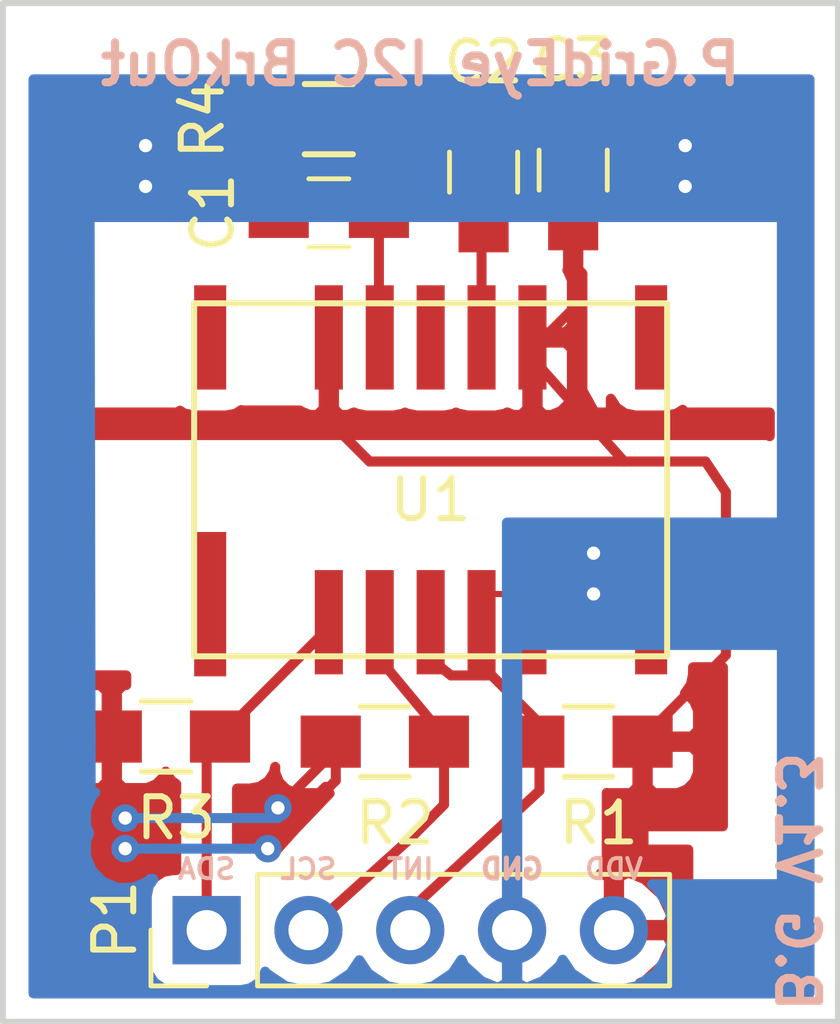
<source format=kicad_pcb>
(kicad_pcb (version 4) (host pcbnew 4.0.5)

  (general
    (links 20)
    (no_connects 0)
    (area 142.164999 98.984999 163.143001 124.535001)
    (thickness 1.6)
    (drawings 12)
    (tracks 67)
    (zones 0)
    (modules 9)
    (nets 9)
  )

  (page A4)
  (layers
    (0 F.Cu signal)
    (31 B.Cu signal)
    (34 B.Paste user)
    (35 F.Paste user hide)
    (36 B.SilkS user)
    (37 F.SilkS user)
    (38 B.Mask user)
    (39 F.Mask user)
    (44 Edge.Cuts user)
  )

  (setup
    (last_trace_width 0.1524)
    (trace_clearance 0.1524)
    (zone_clearance 0.508)
    (zone_45_only yes)
    (trace_min 0.1524)
    (segment_width 0.2)
    (edge_width 0.15)
    (via_size 0.6858)
    (via_drill 0.3302)
    (via_min_size 0.6858)
    (via_min_drill 0.3302)
    (uvia_size 0.762)
    (uvia_drill 0.508)
    (uvias_allowed no)
    (uvia_min_size 0)
    (uvia_min_drill 0)
    (pcb_text_width 0.3)
    (pcb_text_size 1.5 1.5)
    (mod_edge_width 0.15)
    (mod_text_size 1 1)
    (mod_text_width 0.15)
    (pad_size 1.524 1.524)
    (pad_drill 0.762)
    (pad_to_mask_clearance 0.2)
    (aux_axis_origin 161.544 104.521)
    (visible_elements 7FFEDE7F)
    (pcbplotparams
      (layerselection 0x00030_80000001)
      (usegerberextensions false)
      (excludeedgelayer true)
      (linewidth 0.100000)
      (plotframeref false)
      (viasonmask false)
      (mode 1)
      (useauxorigin false)
      (hpglpennumber 1)
      (hpglpenspeed 20)
      (hpglpendiameter 15)
      (hpglpenoverlay 2)
      (psnegative false)
      (psa4output false)
      (plotreference true)
      (plotvalue true)
      (plotinvisibletext false)
      (padsonsilk false)
      (subtractmaskfromsilk false)
      (outputformat 1)
      (mirror false)
      (drillshape 1)
      (scaleselection 1)
      (outputdirectory ""))
  )

  (net 0 "")
  (net 1 "Net-(C1-Pad1)")
  (net 2 GND)
  (net 3 "Net-(C2-Pad1)")
  (net 4 "Net-(C2-Pad2)")
  (net 5 VDD)
  (net 6 INT)
  (net 7 SCL)
  (net 8 SDA)

  (net_class Default "This is the default net class."
    (clearance 0.1524)
    (trace_width 0.1524)
    (via_dia 0.6858)
    (via_drill 0.3302)
    (uvia_dia 0.762)
    (uvia_drill 0.508)
    (add_net GND)
    (add_net INT)
    (add_net "Net-(C1-Pad1)")
    (add_net "Net-(C2-Pad1)")
    (add_net "Net-(C2-Pad2)")
    (add_net SCL)
    (add_net SDA)
    (add_net VDD)
  )

  (net_class OSH_PARK ""
    (clearance 0.1524)
    (trace_width 0.1524)
    (via_dia 0.6858)
    (via_drill 0.3302)
    (uvia_dia 0.762)
    (uvia_drill 0.508)
  )

  (module Panasonic_GridEye:AMG8851 (layer F.Cu) (tedit 57049242) (tstamp 589174DD)
    (at 152.908 110.9472)
    (path /588EB397)
    (fp_text reference U1 (at 0 0.5) (layer F.SilkS)
      (effects (font (size 1 1) (thickness 0.15)))
    )
    (fp_text value GridEye (at 0 -0.5) (layer F.Fab)
      (effects (font (size 1 1) (thickness 0.15)))
    )
    (fp_line (start 5.9 -4.4) (end 5.9 4.4) (layer F.SilkS) (width 0.15))
    (fp_line (start 5.9 4.4) (end -5.9 4.4) (layer F.SilkS) (width 0.15))
    (fp_line (start -5.9 4.4) (end -5.9 -4.4) (layer F.SilkS) (width 0.15))
    (fp_line (start -5.9 -4.4) (end 5.9 -4.4) (layer F.SilkS) (width 0.15))
    (pad 9 smd rect (at 2.54 -3.55) (size 0.7 2.6) (layers F.Cu F.Paste F.Mask)
      (net 5 VDD))
    (pad 10 smd rect (at 1.27 -3.55) (size 0.7 2.6) (layers F.Cu F.Paste F.Mask)
      (net 3 "Net-(C2-Pad1)"))
    (pad 11 smd rect (at 0 -3.55) (size 0.7 2.6) (layers F.Cu F.Paste F.Mask))
    (pad 12 smd rect (at -1.27 -3.55) (size 0.7 2.6) (layers F.Cu F.Paste F.Mask)
      (net 1 "Net-(C1-Pad1)"))
    (pad 13 smd rect (at -2.54 -3.55) (size 0.7 2.6) (layers F.Cu F.Paste F.Mask)
      (net 5 VDD))
    (pad 1 smd rect (at -5.5 3.1) (size 0.8 3.6) (layers F.Cu F.Paste F.Mask))
    (pad 14 smd rect (at -5.5 -3.55) (size 0.8 2.6) (layers F.Cu F.Paste F.Mask))
    (pad 8 smd rect (at 5.5 -3.55) (size 0.8 2.6) (layers F.Cu F.Paste F.Mask))
    (pad 7 smd rect (at 5.5 3.55) (size 0.8 2.6) (layers F.Cu F.Paste F.Mask))
    (pad 2 smd rect (at -2.54 3.55) (size 0.7 2.6) (layers F.Cu F.Paste F.Mask)
      (net 8 SDA))
    (pad 3 smd rect (at -1.27 3.55) (size 0.7 2.6) (layers F.Cu F.Paste F.Mask)
      (net 7 SCL))
    (pad 4 smd rect (at 0 3.55) (size 0.7 2.6) (layers F.Cu F.Paste F.Mask)
      (net 6 INT))
    (pad 5 smd rect (at 1.27 3.55) (size 0.7 2.6) (layers F.Cu F.Paste F.Mask)
      (net 2 GND))
    (pad 6 smd rect (at 2.54 3.55) (size 0.7 2.6) (layers F.Cu F.Paste F.Mask)
      (net 2 GND))
  )

  (module Capacitors_SMD:C_0805_HandSoldering (layer F.Cu) (tedit 58CC3562) (tstamp 58917450)
    (at 150.368 104.2924 180)
    (descr "Capacitor SMD 0805, hand soldering")
    (tags "capacitor 0805")
    (path /588EBF47)
    (attr smd)
    (fp_text reference C1 (at 2.8956 0 270) (layer F.SilkS)
      (effects (font (size 1 1) (thickness 0.15)))
    )
    (fp_text value 1.5uF (at 0 2.1 180) (layer F.Fab)
      (effects (font (size 1 1) (thickness 0.15)))
    )
    (fp_line (start -1 0.625) (end -1 -0.625) (layer F.Fab) (width 0.1))
    (fp_line (start 1 0.625) (end -1 0.625) (layer F.Fab) (width 0.1))
    (fp_line (start 1 -0.625) (end 1 0.625) (layer F.Fab) (width 0.1))
    (fp_line (start -1 -0.625) (end 1 -0.625) (layer F.Fab) (width 0.1))
    (fp_line (start -2.3 -1) (end 2.3 -1) (layer F.CrtYd) (width 0.05))
    (fp_line (start -2.3 1) (end 2.3 1) (layer F.CrtYd) (width 0.05))
    (fp_line (start -2.3 -1) (end -2.3 1) (layer F.CrtYd) (width 0.05))
    (fp_line (start 2.3 -1) (end 2.3 1) (layer F.CrtYd) (width 0.05))
    (fp_line (start 0.5 -0.85) (end -0.5 -0.85) (layer F.SilkS) (width 0.12))
    (fp_line (start -0.5 0.85) (end 0.5 0.85) (layer F.SilkS) (width 0.12))
    (pad 1 smd rect (at -1.25 0 180) (size 1.5 1.25) (layers F.Cu F.Paste F.Mask)
      (net 1 "Net-(C1-Pad1)"))
    (pad 2 smd rect (at 1.25 0 180) (size 1.5 1.25) (layers F.Cu F.Paste F.Mask)
      (net 2 GND))
    (model Capacitors_SMD.3dshapes/C_0805_HandSoldering.wrl
      (at (xyz 0 0 0))
      (scale (xyz 1 1 1))
      (rotate (xyz 0 0 0))
    )
  )

  (module Capacitors_SMD:C_0805_HandSoldering (layer F.Cu) (tedit 58CC355A) (tstamp 58917460)
    (at 154.2288 103.2764 90)
    (descr "Capacitor SMD 0805, hand soldering")
    (tags "capacitor 0805")
    (path /588EB4F3)
    (attr smd)
    (fp_text reference C2 (at 2.7432 0 360) (layer F.SilkS)
      (effects (font (size 1 1) (thickness 0.15)))
    )
    (fp_text value 1uF (at 0 2.1 90) (layer F.Fab)
      (effects (font (size 1 1) (thickness 0.15)))
    )
    (fp_line (start -1 0.625) (end -1 -0.625) (layer F.Fab) (width 0.1))
    (fp_line (start 1 0.625) (end -1 0.625) (layer F.Fab) (width 0.1))
    (fp_line (start 1 -0.625) (end 1 0.625) (layer F.Fab) (width 0.1))
    (fp_line (start -1 -0.625) (end 1 -0.625) (layer F.Fab) (width 0.1))
    (fp_line (start -2.3 -1) (end 2.3 -1) (layer F.CrtYd) (width 0.05))
    (fp_line (start -2.3 1) (end 2.3 1) (layer F.CrtYd) (width 0.05))
    (fp_line (start -2.3 -1) (end -2.3 1) (layer F.CrtYd) (width 0.05))
    (fp_line (start 2.3 -1) (end 2.3 1) (layer F.CrtYd) (width 0.05))
    (fp_line (start 0.5 -0.85) (end -0.5 -0.85) (layer F.SilkS) (width 0.12))
    (fp_line (start -0.5 0.85) (end 0.5 0.85) (layer F.SilkS) (width 0.12))
    (pad 1 smd rect (at -1.25 0 90) (size 1.5 1.25) (layers F.Cu F.Paste F.Mask)
      (net 3 "Net-(C2-Pad1)"))
    (pad 2 smd rect (at 1.25 0 90) (size 1.5 1.25) (layers F.Cu F.Paste F.Mask)
      (net 4 "Net-(C2-Pad2)"))
    (model Capacitors_SMD.3dshapes/C_0805_HandSoldering.wrl
      (at (xyz 0 0 0))
      (scale (xyz 1 1 1))
      (rotate (xyz 0 0 0))
    )
  )

  (module Capacitors_SMD:C_0805_HandSoldering (layer F.Cu) (tedit 58CC358E) (tstamp 58917470)
    (at 156.464 103.2256 90)
    (descr "Capacitor SMD 0805, hand soldering")
    (tags "capacitor 0805")
    (path /588EC4A4)
    (attr smd)
    (fp_text reference C3 (at 2.7432 0 360) (layer F.SilkS)
      (effects (font (size 1 1) (thickness 0.15)))
    )
    (fp_text value 10uF (at 0 2.1 90) (layer F.Fab)
      (effects (font (size 1 1) (thickness 0.15)))
    )
    (fp_line (start -1 0.625) (end -1 -0.625) (layer F.Fab) (width 0.1))
    (fp_line (start 1 0.625) (end -1 0.625) (layer F.Fab) (width 0.1))
    (fp_line (start 1 -0.625) (end 1 0.625) (layer F.Fab) (width 0.1))
    (fp_line (start -1 -0.625) (end 1 -0.625) (layer F.Fab) (width 0.1))
    (fp_line (start -2.3 -1) (end 2.3 -1) (layer F.CrtYd) (width 0.05))
    (fp_line (start -2.3 1) (end 2.3 1) (layer F.CrtYd) (width 0.05))
    (fp_line (start -2.3 -1) (end -2.3 1) (layer F.CrtYd) (width 0.05))
    (fp_line (start 2.3 -1) (end 2.3 1) (layer F.CrtYd) (width 0.05))
    (fp_line (start 0.5 -0.85) (end -0.5 -0.85) (layer F.SilkS) (width 0.12))
    (fp_line (start -0.5 0.85) (end 0.5 0.85) (layer F.SilkS) (width 0.12))
    (pad 1 smd rect (at -1.25 0 90) (size 1.5 1.25) (layers F.Cu F.Paste F.Mask)
      (net 5 VDD))
    (pad 2 smd rect (at 1.25 0 90) (size 1.5 1.25) (layers F.Cu F.Paste F.Mask)
      (net 2 GND))
    (model Capacitors_SMD.3dshapes/C_0805_HandSoldering.wrl
      (at (xyz 0 0 0))
      (scale (xyz 1 1 1))
      (rotate (xyz 0 0 0))
    )
  )

  (module Pin_Headers:Pin_Header_Straight_1x05_Pitch2.54mm (layer F.Cu) (tedit 58941315) (tstamp 58917487)
    (at 147.32 122.174 90)
    (descr "Through hole straight pin header, 1x05, 2.54mm pitch, single row")
    (tags "Through hole pin header THT 1x05 2.54mm single row")
    (path /588F05A1)
    (fp_text reference P1 (at 0.254 -2.286 90) (layer F.SilkS)
      (effects (font (size 1 1) (thickness 0.15)))
    )
    (fp_text value CONN_01X05 (at 0 12.55 90) (layer F.Fab)
      (effects (font (size 1 1) (thickness 0.15)))
    )
    (fp_line (start -1.27 -1.27) (end -1.27 11.43) (layer F.Fab) (width 0.1))
    (fp_line (start -1.27 11.43) (end 1.27 11.43) (layer F.Fab) (width 0.1))
    (fp_line (start 1.27 11.43) (end 1.27 -1.27) (layer F.Fab) (width 0.1))
    (fp_line (start 1.27 -1.27) (end -1.27 -1.27) (layer F.Fab) (width 0.1))
    (fp_line (start -1.39 1.27) (end -1.39 11.55) (layer F.SilkS) (width 0.12))
    (fp_line (start -1.39 11.55) (end 1.39 11.55) (layer F.SilkS) (width 0.12))
    (fp_line (start 1.39 11.55) (end 1.39 1.27) (layer F.SilkS) (width 0.12))
    (fp_line (start 1.39 1.27) (end -1.39 1.27) (layer F.SilkS) (width 0.12))
    (fp_line (start -1.39 0) (end -1.39 -1.39) (layer F.SilkS) (width 0.12))
    (fp_line (start -1.39 -1.39) (end 0 -1.39) (layer F.SilkS) (width 0.12))
    (fp_line (start -1.6 -1.6) (end -1.6 11.7) (layer F.CrtYd) (width 0.05))
    (fp_line (start -1.6 11.7) (end 1.6 11.7) (layer F.CrtYd) (width 0.05))
    (fp_line (start 1.6 11.7) (end 1.6 -1.6) (layer F.CrtYd) (width 0.05))
    (fp_line (start 1.6 -1.6) (end -1.6 -1.6) (layer F.CrtYd) (width 0.05))
    (pad 1 thru_hole rect (at 0 0 90) (size 1.7 1.7) (drill 1) (layers *.Cu *.Mask)
      (net 8 SDA))
    (pad 2 thru_hole oval (at 0 2.54 90) (size 1.7 1.7) (drill 1) (layers *.Cu *.Mask)
      (net 7 SCL))
    (pad 3 thru_hole oval (at 0 5.08 90) (size 1.7 1.7) (drill 1) (layers *.Cu *.Mask)
      (net 6 INT))
    (pad 4 thru_hole oval (at 0 7.62 90) (size 1.7 1.7) (drill 1) (layers *.Cu *.Mask)
      (net 2 GND))
    (pad 5 thru_hole oval (at 0 10.16 90) (size 1.7 1.7) (drill 1) (layers *.Cu *.Mask)
      (net 5 VDD))
    (model Pin_Headers.3dshapes/Pin_Header_Straight_1x05_Pitch2.54mm.wrl
      (at (xyz 0 -0.2 0))
      (scale (xyz 1 1 1))
      (rotate (xyz 0 0 90))
    )
  )

  (module Resistors_SMD:R_0805_HandSoldering (layer F.Cu) (tedit 5894138F) (tstamp 58917497)
    (at 156.845 117.475 180)
    (descr "Resistor SMD 0805, hand soldering")
    (tags "resistor 0805")
    (path /588EB428)
    (attr smd)
    (fp_text reference R1 (at -0.254 -2.032 180) (layer F.SilkS)
      (effects (font (size 1 1) (thickness 0.15)))
    )
    (fp_text value 10K (at 0 2.1 180) (layer F.Fab)
      (effects (font (size 1 1) (thickness 0.15)))
    )
    (fp_line (start -1 0.625) (end -1 -0.625) (layer F.Fab) (width 0.1))
    (fp_line (start 1 0.625) (end -1 0.625) (layer F.Fab) (width 0.1))
    (fp_line (start 1 -0.625) (end 1 0.625) (layer F.Fab) (width 0.1))
    (fp_line (start -1 -0.625) (end 1 -0.625) (layer F.Fab) (width 0.1))
    (fp_line (start -2.4 -1) (end 2.4 -1) (layer F.CrtYd) (width 0.05))
    (fp_line (start -2.4 1) (end 2.4 1) (layer F.CrtYd) (width 0.05))
    (fp_line (start -2.4 -1) (end -2.4 1) (layer F.CrtYd) (width 0.05))
    (fp_line (start 2.4 -1) (end 2.4 1) (layer F.CrtYd) (width 0.05))
    (fp_line (start 0.6 0.875) (end -0.6 0.875) (layer F.SilkS) (width 0.15))
    (fp_line (start -0.6 -0.875) (end 0.6 -0.875) (layer F.SilkS) (width 0.15))
    (pad 1 smd rect (at -1.35 0 180) (size 1.5 1.3) (layers F.Cu F.Paste F.Mask)
      (net 5 VDD))
    (pad 2 smd rect (at 1.35 0 180) (size 1.5 1.3) (layers F.Cu F.Paste F.Mask)
      (net 6 INT))
    (model Resistors_SMD.3dshapes/R_0805_HandSoldering.wrl
      (at (xyz 0 0 0))
      (scale (xyz 1 1 1))
      (rotate (xyz 0 0 0))
    )
  )

  (module Resistors_SMD:R_0805_HandSoldering (layer F.Cu) (tedit 5894138C) (tstamp 589174A7)
    (at 151.765 117.475)
    (descr "Resistor SMD 0805, hand soldering")
    (tags "resistor 0805")
    (path /588EB478)
    (attr smd)
    (fp_text reference R2 (at 0.254 2.032) (layer F.SilkS)
      (effects (font (size 1 1) (thickness 0.15)))
    )
    (fp_text value 10K (at 0 2.1) (layer F.Fab)
      (effects (font (size 1 1) (thickness 0.15)))
    )
    (fp_line (start -1 0.625) (end -1 -0.625) (layer F.Fab) (width 0.1))
    (fp_line (start 1 0.625) (end -1 0.625) (layer F.Fab) (width 0.1))
    (fp_line (start 1 -0.625) (end 1 0.625) (layer F.Fab) (width 0.1))
    (fp_line (start -1 -0.625) (end 1 -0.625) (layer F.Fab) (width 0.1))
    (fp_line (start -2.4 -1) (end 2.4 -1) (layer F.CrtYd) (width 0.05))
    (fp_line (start -2.4 1) (end 2.4 1) (layer F.CrtYd) (width 0.05))
    (fp_line (start -2.4 -1) (end -2.4 1) (layer F.CrtYd) (width 0.05))
    (fp_line (start 2.4 -1) (end 2.4 1) (layer F.CrtYd) (width 0.05))
    (fp_line (start 0.6 0.875) (end -0.6 0.875) (layer F.SilkS) (width 0.15))
    (fp_line (start -0.6 -0.875) (end 0.6 -0.875) (layer F.SilkS) (width 0.15))
    (pad 1 smd rect (at -1.35 0) (size 1.5 1.3) (layers F.Cu F.Paste F.Mask)
      (net 5 VDD))
    (pad 2 smd rect (at 1.35 0) (size 1.5 1.3) (layers F.Cu F.Paste F.Mask)
      (net 7 SCL))
    (model Resistors_SMD.3dshapes/R_0805_HandSoldering.wrl
      (at (xyz 0 0 0))
      (scale (xyz 1 1 1))
      (rotate (xyz 0 0 0))
    )
  )

  (module Resistors_SMD:R_0805_HandSoldering (layer F.Cu) (tedit 58941392) (tstamp 589174B7)
    (at 146.304 117.348)
    (descr "Resistor SMD 0805, hand soldering")
    (tags "resistor 0805")
    (path /588EB459)
    (attr smd)
    (fp_text reference R3 (at 0.254 2.032) (layer F.SilkS)
      (effects (font (size 1 1) (thickness 0.15)))
    )
    (fp_text value 10K (at 0 2.1) (layer F.Fab)
      (effects (font (size 1 1) (thickness 0.15)))
    )
    (fp_line (start -1 0.625) (end -1 -0.625) (layer F.Fab) (width 0.1))
    (fp_line (start 1 0.625) (end -1 0.625) (layer F.Fab) (width 0.1))
    (fp_line (start 1 -0.625) (end 1 0.625) (layer F.Fab) (width 0.1))
    (fp_line (start -1 -0.625) (end 1 -0.625) (layer F.Fab) (width 0.1))
    (fp_line (start -2.4 -1) (end 2.4 -1) (layer F.CrtYd) (width 0.05))
    (fp_line (start -2.4 1) (end 2.4 1) (layer F.CrtYd) (width 0.05))
    (fp_line (start -2.4 -1) (end -2.4 1) (layer F.CrtYd) (width 0.05))
    (fp_line (start 2.4 -1) (end 2.4 1) (layer F.CrtYd) (width 0.05))
    (fp_line (start 0.6 0.875) (end -0.6 0.875) (layer F.SilkS) (width 0.15))
    (fp_line (start -0.6 -0.875) (end 0.6 -0.875) (layer F.SilkS) (width 0.15))
    (pad 1 smd rect (at -1.35 0) (size 1.5 1.3) (layers F.Cu F.Paste F.Mask)
      (net 5 VDD))
    (pad 2 smd rect (at 1.35 0) (size 1.5 1.3) (layers F.Cu F.Paste F.Mask)
      (net 8 SDA))
    (model Resistors_SMD.3dshapes/R_0805_HandSoldering.wrl
      (at (xyz 0 0 0))
      (scale (xyz 1 1 1))
      (rotate (xyz 0 0 0))
    )
  )

  (module Resistors_SMD:R_0805_HandSoldering (layer F.Cu) (tedit 58EECDD3) (tstamp 589174C7)
    (at 150.368 101.9556 180)
    (descr "Resistor SMD 0805, hand soldering")
    (tags "resistor 0805")
    (path /588EB5AB)
    (attr smd)
    (fp_text reference R4 (at 3.1496 0 450) (layer F.SilkS)
      (effects (font (size 1 1) (thickness 0.15)))
    )
    (fp_text value 10 (at 0 2.1 180) (layer F.Fab)
      (effects (font (size 1 1) (thickness 0.15)))
    )
    (fp_line (start -1 0.625) (end -1 -0.625) (layer F.Fab) (width 0.1))
    (fp_line (start 1 0.625) (end -1 0.625) (layer F.Fab) (width 0.1))
    (fp_line (start 1 -0.625) (end 1 0.625) (layer F.Fab) (width 0.1))
    (fp_line (start -1 -0.625) (end 1 -0.625) (layer F.Fab) (width 0.1))
    (fp_line (start -2.4 -1) (end 2.4 -1) (layer F.CrtYd) (width 0.05))
    (fp_line (start -2.4 1) (end 2.4 1) (layer F.CrtYd) (width 0.05))
    (fp_line (start -2.4 -1) (end -2.4 1) (layer F.CrtYd) (width 0.05))
    (fp_line (start 2.4 -1) (end 2.4 1) (layer F.CrtYd) (width 0.05))
    (fp_line (start 0.6 0.875) (end -0.6 0.875) (layer F.SilkS) (width 0.15))
    (fp_line (start -0.6 -0.875) (end 0.6 -0.875) (layer F.SilkS) (width 0.15))
    (pad 1 smd rect (at -1.35 0 180) (size 1.5 1.3) (layers F.Cu F.Paste F.Mask)
      (net 4 "Net-(C2-Pad2)"))
    (pad 2 smd rect (at 1.35 0 180) (size 1.5 1.3) (layers F.Cu F.Paste F.Mask)
      (net 2 GND))
    (model Resistors_SMD.3dshapes/R_0805_HandSoldering.wrl
      (at (xyz 0 0 0))
      (scale (xyz 1 1 1))
      (rotate (xyz 0 0 0))
    )
  )

  (gr_text B.G (at 162.052 122.936 270) (layer B.SilkS)
    (effects (font (size 1 1) (thickness 0.2)) (justify mirror))
  )
  (gr_text "P.GridEye I2C BrkOut" (at 152.654 100.584) (layer B.SilkS)
    (effects (font (size 1 1) (thickness 0.2)) (justify mirror))
  )
  (gr_text V1.3 (at 162.052 119.38 270) (layer B.SilkS)
    (effects (font (size 1 1) (thickness 0.2)) (justify mirror))
  )
  (gr_text VDD (at 157.48 120.65) (layer B.SilkS)
    (effects (font (size 0.5 0.5) (thickness 0.1)) (justify mirror))
  )
  (gr_text GND (at 154.94 120.65) (layer B.SilkS)
    (effects (font (size 0.5 0.5) (thickness 0.125)) (justify mirror))
  )
  (gr_text INT (at 152.4 120.65) (layer B.SilkS)
    (effects (font (size 0.5 0.5) (thickness 0.1)) (justify mirror))
  )
  (gr_text SCL (at 149.86 120.65) (layer B.SilkS)
    (effects (font (size 0.5 0.5) (thickness 0.1)) (justify mirror))
  )
  (gr_text SDA (at 147.32 120.65) (layer B.SilkS)
    (effects (font (size 0.5 0.5) (thickness 0.1)) (justify mirror))
  )
  (gr_line (start 163.068 124.46) (end 142.24 124.46) (angle 90) (layer Edge.Cuts) (width 0.15))
  (gr_line (start 163.068 99.06) (end 163.068 124.46) (angle 90) (layer Edge.Cuts) (width 0.15))
  (gr_line (start 142.24 99.06) (end 163.068 99.06) (angle 90) (layer Edge.Cuts) (width 0.15))
  (gr_line (start 142.24 124.46) (end 142.24 99.06) (angle 90) (layer Edge.Cuts) (width 0.15))

  (segment (start 151.618 104.648) (end 151.618 107.674) (width 0.25) (layer F.Cu) (net 1) (status 20))
  (segment (start 151.618 107.674) (end 151.638 107.694) (width 0.25) (layer F.Cu) (net 1) (tstamp 58941023) (status 30))
  (segment (start 155.448 113.794) (end 154.178 113.794) (width 0.1524) (layer F.Cu) (net 2) (status 30))
  (via (at 145.796 103.632) (size 0.6858) (drill 0.3302) (layers F.Cu B.Cu) (net 2))
  (segment (start 149.018 102.108) (end 147.32 102.108) (width 0.1524) (layer F.Cu) (net 2) (tstamp 58940FF9) (status 10))
  (segment (start 147.32 102.108) (end 145.796 103.632) (width 0.1524) (layer F.Cu) (net 2) (tstamp 58940FF8))
  (via (at 159.258 103.632) (size 0.6858) (drill 0.3302) (layers F.Cu B.Cu) (net 2))
  (segment (start 157.988 102.128) (end 157.988 102.362) (width 0.1524) (layer F.Cu) (net 2) (tstamp 58940FEA))
  (segment (start 157.988 102.362) (end 159.258 103.632) (width 0.1524) (layer F.Cu) (net 2) (tstamp 58940FE9))
  (via (at 156.972 112.776) (size 0.6858) (drill 0.3302) (layers F.Cu B.Cu) (net 2))
  (segment (start 155.448 113.794) (end 155.954 113.794) (width 0.1524) (layer F.Cu) (net 2) (tstamp 58940FE5) (status 10))
  (segment (start 155.954 113.794) (end 156.972 112.776) (width 0.1524) (layer F.Cu) (net 2) (tstamp 58940FE4))
  (via (at 156.972 113.792) (size 0.6858) (drill 0.3302) (layers F.Cu B.Cu) (net 2))
  (segment (start 155.448 113.794) (end 156.97 113.794) (width 0.1524) (layer F.Cu) (net 2) (tstamp 58940FDF) (status 10))
  (segment (start 156.97 113.794) (end 156.972 113.792) (width 0.1524) (layer F.Cu) (net 2) (tstamp 58940FDE))
  (via (at 145.796 102.616) (size 0.6858) (drill 0.3302) (layers F.Cu B.Cu) (net 2))
  (segment (start 149.018 102.108) (end 146.304 102.108) (width 0.1524) (layer F.Cu) (net 2) (tstamp 58940FB7) (status 10))
  (segment (start 146.304 102.108) (end 145.796 102.616) (width 0.1524) (layer F.Cu) (net 2) (tstamp 58940FB6))
  (via (at 159.258 102.616) (size 0.6858) (drill 0.3302) (layers F.Cu B.Cu) (net 2))
  (segment (start 156.464 102.128) (end 157.988 102.128) (width 0.1524) (layer F.Cu) (net 2) (tstamp 58940FAD) (status 10))
  (segment (start 157.988 102.128) (end 158.77 102.128) (width 0.1524) (layer F.Cu) (net 2) (tstamp 58940FED))
  (segment (start 158.77 102.128) (end 159.258 102.616) (width 0.1524) (layer F.Cu) (net 2) (tstamp 58940FAC))
  (segment (start 149.118 104.648) (end 149.118 102.208) (width 0.1524) (layer F.Cu) (net 2) (status 30))
  (segment (start 149.118 102.208) (end 149.018 102.108) (width 0.1524) (layer F.Cu) (net 2) (tstamp 58940FA6) (status 30))
  (segment (start 154.178 107.694) (end 154.178 104.628) (width 0.25) (layer F.Cu) (net 3) (status 10))
  (segment (start 154.178 102.128) (end 151.738 102.128) (width 0.25) (layer F.Cu) (net 4) (status 30))
  (segment (start 151.738 102.128) (end 151.718 102.108) (width 0.25) (layer F.Cu) (net 4) (tstamp 58940FBA) (status 30))
  (via (at 145.288 120.142) (size 0.6858) (drill 0.3302) (layers F.Cu B.Cu) (net 5))
  (segment (start 150.542 117.348) (end 150.542 118.444) (width 0.25) (layer F.Cu) (net 5) (tstamp 58941285) (status 10))
  (segment (start 148.844 120.142) (end 150.542 118.444) (width 0.25) (layer F.Cu) (net 5) (tstamp 58941284))
  (via (at 148.844 120.142) (size 0.6858) (drill 0.3302) (layers F.Cu B.Cu) (net 5))
  (segment (start 148.844 120.142) (end 145.288 120.142) (width 0.25) (layer B.Cu) (net 5) (tstamp 5894127E))
  (via (at 145.288 119.38) (size 0.6858) (drill 0.3302) (layers F.Cu B.Cu) (net 5))
  (segment (start 150.542 117.682) (end 149.098 119.126) (width 0.25) (layer F.Cu) (net 5) (tstamp 58941226) (status 10))
  (via (at 149.098 119.126) (size 0.6858) (drill 0.3302) (layers F.Cu B.Cu) (net 5))
  (segment (start 149.098 119.38) (end 149.098 119.126) (width 0.25) (layer B.Cu) (net 5) (tstamp 5894121D))
  (segment (start 149.098 119.38) (end 145.288 119.38) (width 0.25) (layer B.Cu) (net 5) (tstamp 5894121C))
  (segment (start 150.542 117.682) (end 150.542 117.348) (width 0.25) (layer F.Cu) (net 5) (tstamp 58941227) (status 30))
  (segment (start 157.734 110.49) (end 151.384 110.49) (width 0.25) (layer F.Cu) (net 5))
  (segment (start 150.368 109.474) (end 150.368 107.694) (width 0.25) (layer F.Cu) (net 5) (tstamp 58940FCE) (status 20))
  (segment (start 151.384 110.49) (end 150.368 109.474) (width 0.25) (layer F.Cu) (net 5) (tstamp 58940FCC))
  (segment (start 158.322 117.348) (end 158.322 117.268) (width 0.25) (layer F.Cu) (net 5) (status 30))
  (segment (start 158.322 117.268) (end 160.274 115.316) (width 0.25) (layer F.Cu) (net 5) (tstamp 58940FC3) (status 10))
  (segment (start 160.274 115.316) (end 160.274 111.252) (width 0.25) (layer F.Cu) (net 5) (tstamp 58940FC4))
  (segment (start 160.274 111.252) (end 159.766 110.49) (width 0.25) (layer F.Cu) (net 5) (tstamp 58940FC6))
  (segment (start 159.766 110.49) (end 157.734 110.49) (width 0.25) (layer F.Cu) (net 5) (tstamp 58940FC7))
  (segment (start 157.734 110.49) (end 155.702 108.204) (width 0.25) (layer F.Cu) (net 5) (tstamp 58940FC8) (status 20))
  (segment (start 155.702 108.204) (end 155.448 107.694) (width 0.25) (layer F.Cu) (net 5) (tstamp 58940FCB) (status 30))
  (segment (start 155.448 107.694) (end 155.45 107.694) (width 0.25) (layer F.Cu) (net 5) (status 30))
  (segment (start 155.45 107.694) (end 156.464 106.68) (width 0.25) (layer F.Cu) (net 5) (tstamp 58940FBF) (status 10))
  (segment (start 156.464 106.68) (end 156.464 104.628) (width 0.25) (layer F.Cu) (net 5) (tstamp 58940FC0) (status 20))
  (segment (start 152.4 122.174) (end 152.4 121.666) (width 0.25) (layer F.Cu) (net 6) (status 30))
  (segment (start 152.4 121.666) (end 155.622 118.698) (width 0.25) (layer F.Cu) (net 6) (tstamp 589182D7) (status 10))
  (segment (start 155.622 118.698) (end 155.622 117.014) (width 0.25) (layer F.Cu) (net 6) (tstamp 589182D8) (status 20))
  (segment (start 155.622 117.014) (end 154.432 115.824) (width 0.25) (layer F.Cu) (net 6) (tstamp 589182DA) (status 10))
  (segment (start 154.432 115.824) (end 153.416 115.824) (width 0.25) (layer F.Cu) (net 6) (tstamp 589182DC))
  (segment (start 153.416 115.824) (end 152.908 115.4176) (width 0.25) (layer F.Cu) (net 6) (tstamp 589182DE))
  (segment (start 152.908 115.4176) (end 152.908 113.792) (width 0.25) (layer F.Cu) (net 6) (tstamp 589182DF) (status 20))
  (segment (start 152.908 113.792) (end 152.908 113.794) (width 0.25) (layer F.Cu) (net 6) (tstamp 589182E0) (status 30))
  (segment (start 151.638 113.794) (end 151.638 115.4176) (width 0.25) (layer F.Cu) (net 7) (status 10))
  (segment (start 151.638 115.4176) (end 153.242 117.348) (width 0.25) (layer F.Cu) (net 7) (tstamp 589182CF) (status 20))
  (segment (start 153.242 117.348) (end 153.242 119.046) (width 0.25) (layer F.Cu) (net 7) (tstamp 589182D1) (status 10))
  (segment (start 153.242 119.046) (end 152.4 119.888) (width 0.25) (layer F.Cu) (net 7) (tstamp 589182D2))
  (segment (start 152.4 119.888) (end 149.86 122.174) (width 0.25) (layer F.Cu) (net 7) (tstamp 589182D4) (status 20))
  (segment (start 150.368 113.794) (end 150.220001 114.781999) (width 0.25) (layer F.Cu) (net 8) (status 30))
  (segment (start 150.220001 114.781999) (end 147.32 117.682) (width 0.25) (layer F.Cu) (net 8) (tstamp 58918258) (status 10))
  (segment (start 147.32 117.682) (end 147.32 122.047) (width 0.25) (layer F.Cu) (net 8) (tstamp 5891825A) (status 30))

  (zone (net 2) (net_name GND) (layer B.Cu) (tstamp 589182B5) (hatch edge 0.508)
    (connect_pads (clearance 0.508))
    (min_thickness 0.254)
    (fill yes (arc_segments 16) (thermal_gap 0.508) (thermal_bridge_width 0.508))
    (polygon
      (pts
        (xy 162.4965 124.1425) (xy 142.875 123.952) (xy 142.875 100.838) (xy 162.4965 100.838)
      )
    )
    (polygon
      (pts        (xy 155.194 115.189) (xy 155.194 120.904) (xy 161.544 120.904) (xy 161.544 115.189)
      )
    )
    (polygon
      (pts        (xy 144.526 104.521) (xy 144.5514 118.618) (xy 150.9776 118.618) (xy 151.003 120.904) (xy 154.686 120.904)
        (xy 154.686 111.887) (xy 161.544 111.887) (xy 161.544 104.521)
      )
    )
    (filled_polygon
      (pts
        (xy 162.358 123.75) (xy 143.002 123.75) (xy 143.002 119.573663) (xy 144.309931 119.573663) (xy 144.387344 119.761016)
        (xy 144.31027 119.94663) (xy 144.309931 120.335663) (xy 144.458493 120.695212) (xy 144.733341 120.97054) (xy 145.09263 121.11973)
        (xy 145.481663 121.120069) (xy 145.841212 120.971507) (xy 145.91084 120.902) (xy 145.9898 120.902) (xy 145.873569 121.07211)
        (xy 145.82256 121.324) (xy 145.82256 123.024) (xy 145.866838 123.259317) (xy 146.00591 123.475441) (xy 146.21811 123.620431)
        (xy 146.47 123.67144) (xy 148.17 123.67144) (xy 148.405317 123.627162) (xy 148.621441 123.48809) (xy 148.766431 123.27589)
        (xy 148.780086 123.208459) (xy 148.809946 123.253147) (xy 149.291715 123.575054) (xy 149.86 123.688093) (xy 150.428285 123.575054)
        (xy 150.910054 123.253147) (xy 151.13 122.923974) (xy 151.349946 123.253147) (xy 151.831715 123.575054) (xy 152.4 123.688093)
        (xy 152.968285 123.575054) (xy 153.450054 123.253147) (xy 153.677702 122.912447) (xy 153.744817 123.055358) (xy 154.173076 123.445645)
        (xy 154.58311 123.615476) (xy 154.813 123.494155) (xy 154.813 122.301) (xy 154.793 122.301) (xy 154.793 122.047)
        (xy 154.813 122.047) (xy 154.813 115.189) (xy 155.067 115.189) (xy 155.067 122.047) (xy 155.087 122.047)
        (xy 155.087 122.301) (xy 155.067 122.301) (xy 155.067 123.494155) (xy 155.29689 123.615476) (xy 155.706924 123.445645)
        (xy 156.135183 123.055358) (xy 156.202298 122.912447) (xy 156.429946 123.253147) (xy 156.911715 123.575054) (xy 157.48 123.688093)
        (xy 158.048285 123.575054) (xy 158.530054 123.253147) (xy 158.851961 122.771378) (xy 158.965 122.203093) (xy 158.965 122.144907)
        (xy 158.851961 121.576622) (xy 158.530054 121.094853) (xy 158.434491 121.031) (xy 161.544 121.031) (xy 161.59341 121.020994)
        (xy 161.635035 120.992553) (xy 161.662315 120.950159) (xy 161.671 120.904) (xy 161.671 115.189) (xy 161.660994 115.13959)
        (xy 161.632553 115.097965) (xy 161.590159 115.070685) (xy 161.544 115.062) (xy 155.194 115.062) (xy 155.14459 115.072006)
        (xy 155.102965 115.100447) (xy 155.075685 115.142841) (xy 155.067 115.189) (xy 154.813 115.189) (xy 154.813 112.014)
        (xy 161.544 112.014) (xy 161.59341 112.003994) (xy 161.635035 111.975553) (xy 161.662315 111.933159) (xy 161.671 111.887)
        (xy 161.671 104.521) (xy 161.660994 104.47159) (xy 161.632553 104.429965) (xy 161.590159 104.402685) (xy 161.544 104.394)
        (xy 144.526 104.394) (xy 144.47659 104.404006) (xy 144.434965 104.432447) (xy 144.407685 104.474841) (xy 144.399 104.521229)
        (xy 144.4244 118.618229) (xy 144.434495 118.667621) (xy 144.463011 118.709194) (xy 144.505454 118.736398) (xy 144.541751 118.743194)
        (xy 144.45946 118.825341) (xy 144.31027 119.18463) (xy 144.309931 119.573663) (xy 143.002 119.573663) (xy 143.002 100.965)
        (xy 162.358 100.965)
      )
    )
  )
  (zone (net 5) (net_name VDD) (layer F.Cu) (tstamp 589182BC) (hatch edge 0.508)
    (connect_pads (clearance 0.508))
    (min_thickness 0.254)
    (fill yes (arc_segments 16) (thermal_gap 0.508) (thermal_bridge_width 0.508))
    (polygon
      (pts
        (xy 157.8864 101.1682) (xy 158.6484 101.1682) (xy 159.1056 101.727) (xy 159.8676 101.727) (xy 159.915225 104.013)
        (xy 159.0802 104.013) (xy 158.6992 103.632) (xy 158.1912 102.5398) (xy 157.4292 102.5398) (xy 157.4292 105.1814)
        (xy 156.8196 105.6894) (xy 156.8196 108.6866) (xy 157.0736 109.1438) (xy 157.2768 109.1438) (xy 157.2768 106.2228)
        (xy 157.6324 105.918) (xy 159.3088 105.918) (xy 159.3088 109.1438) (xy 161.4932 109.1438) (xy 161.4932 123.6218)
        (xy 145.2372 123.6218) (xy 142.9512 121.285) (xy 142.9512 109.1438) (xy 146.558 109.1438) (xy 146.558 105.6894)
        (xy 148.2344 105.6894) (xy 148.2344 109.093) (xy 149.6314 109.093) (xy 149.7076 105.3846) (xy 148.1836 105.3846)
        (xy 147.8407 104.9655) (xy 147.9042 103.5685) (xy 147.3454 103.2002) (xy 147.352002 102.251889) (xy 147.7772 100.5586)
        (xy 157.5308 100.5586)
      )
    )
    (polygon
      (pts        (xy 150.7236 118.0338) (xy 150.7236 118.5926) (xy 149.606 119.761) (xy 149.1488 120.269) (xy 147.9804 120.269)
        (xy 147.9804 120.7262) (xy 150.5204 120.7262) (xy 152.8064 118.5926) (xy 152.8064 118.0338)
      )
    )
    (polygon
      (pts        (xy 156.0068 118.11) (xy 156.0068 120.6246) (xy 157.1752 120.6246) (xy 157.1752 118.6434) (xy 157.8356 118.11)
      )
    )
    (polygon
      (pts        (xy 149.4028 115.443) (xy 148.5392 116.3066) (xy 148.5392 116.713) (xy 149.5044 116.713) (xy 149.5044 116.0526)
        (xy 151.384 116.0526) (xy 151.384 115.443)
      )
    )
    (polygon
      (pts        (xy 155.2448 115.2398) (xy 155.2448 115.8494) (xy 158.0388 115.8494) (xy 158.0388 115.2398)
      )
    )
    (polygon
      (pts        (xy 149.9108 105.283) (xy 149.9108 105.791) (xy 150.7236 105.791) (xy 150.7236 105.283)
      )
    )
    (filled_polygon
      (pts
        (xy 160.1978 119.5832) (xy 158.3436 119.5832) (xy 158.297441 119.591885) (xy 158.255047 119.619165) (xy 158.226606 119.66079)
        (xy 158.2166 119.7102) (xy 158.2166 120.0404) (xy 158.225285 120.086559) (xy 158.252565 120.128953) (xy 158.29419 120.157394)
        (xy 158.3436 120.1674) (xy 159.3342 120.1674) (xy 159.3342 123.2154) (xy 159.342885 123.261559) (xy 159.370165 123.303953)
        (xy 159.41179 123.332394) (xy 159.4612 123.3424) (xy 161.29 123.3424) (xy 161.336159 123.333715) (xy 161.3662 123.314384)
        (xy 161.3662 123.4948) (xy 158.128246 123.4948) (xy 158.246924 123.445645) (xy 158.675183 123.055358) (xy 158.921486 122.530892)
        (xy 158.800819 122.301) (xy 157.607 122.301) (xy 157.607 122.321) (xy 157.353 122.321) (xy 157.353 122.301)
        (xy 157.333 122.301) (xy 157.333 122.047) (xy 157.353 122.047) (xy 157.353 120.853845) (xy 157.607 120.853845)
        (xy 157.607 122.047) (xy 158.800819 122.047) (xy 158.921486 121.817108) (xy 158.675183 121.292642) (xy 158.246924 120.902355)
        (xy 157.83689 120.732524) (xy 157.607 120.853845) (xy 157.353 120.853845) (xy 157.159257 120.7516) (xy 157.1752 120.7516)
        (xy 157.22461 120.741594) (xy 157.266235 120.713153) (xy 157.293515 120.670759) (xy 157.3022 120.6246) (xy 157.3022 118.753169)
        (xy 157.318691 118.76) (xy 157.90925 118.76) (xy 158.068 118.60125) (xy 158.068 117.602) (xy 158.322 117.602)
        (xy 158.322 118.60125) (xy 158.48075 118.76) (xy 159.071309 118.76) (xy 159.304698 118.663327) (xy 159.483327 118.484699)
        (xy 159.58 118.25131) (xy 159.58 117.76075) (xy 159.42125 117.602) (xy 158.322 117.602) (xy 158.068 117.602)
        (xy 158.048 117.602) (xy 158.048 117.348) (xy 158.068 117.348) (xy 158.068 117.328) (xy 158.322 117.328)
        (xy 158.322 117.348) (xy 159.42125 117.348) (xy 159.58 117.18925) (xy 159.58 116.69869) (xy 159.483327 116.465301)
        (xy 159.304698 116.286673) (xy 159.253166 116.265328) (xy 159.259441 116.26129) (xy 159.404431 116.04909) (xy 159.45544 115.7972)
        (xy 159.45544 115.6208) (xy 160.1978 115.6208)
      )
    )
    (filled_polygon
      (pts
        (xy 156.591 104.3486) (xy 156.611 104.3486) (xy 156.611 104.6026) (xy 156.591 104.6026) (xy 156.591 105.70185)
        (xy 156.6926 105.80345) (xy 156.6926 108.6866) (xy 156.708582 108.748277) (xy 156.962582 109.205477) (xy 156.995324 109.24381)
        (xy 157.040401 109.266384) (xy 157.0736 109.2708) (xy 157.2768 109.2708) (xy 157.32621 109.260794) (xy 157.367835 109.232353)
        (xy 157.395115 109.189959) (xy 157.4038 109.1438) (xy 157.4038 108.927001) (xy 157.404838 108.932517) (xy 157.54391 109.148641)
        (xy 157.75611 109.293631) (xy 158.008 109.34464) (xy 158.808 109.34464) (xy 159.043317 109.300362) (xy 159.197312 109.201269)
        (xy 159.220247 109.234835) (xy 159.262641 109.262115) (xy 159.3088 109.2708) (xy 161.3662 109.2708) (xy 161.3662 109.857911)
        (xy 161.33941 109.839606) (xy 161.29 109.8296) (xy 143.8148 109.8296) (xy 143.768641 109.838285) (xy 143.726247 109.865565)
        (xy 143.697806 109.90719) (xy 143.6878 109.9566) (xy 143.6878 115.697) (xy 143.696485 115.743159) (xy 143.723765 115.785553)
        (xy 143.76539 115.813994) (xy 143.8148 115.824) (xy 145.3134 115.824) (xy 145.3134 116.063) (xy 145.23975 116.063)
        (xy 145.081 116.22175) (xy 145.081 117.221) (xy 145.101 117.221) (xy 145.101 117.475) (xy 145.081 117.475)
        (xy 145.081 118.47425) (xy 145.23975 118.633) (xy 145.830309 118.633) (xy 146.063698 118.536327) (xy 146.242327 118.357699)
        (xy 146.298654 118.221713) (xy 146.300838 118.233317) (xy 146.43991 118.449441) (xy 146.56 118.531495) (xy 146.56 120.67656)
        (xy 146.47 120.67656) (xy 146.234683 120.720838) (xy 146.018559 120.85991) (xy 145.873569 121.07211) (xy 145.82256 121.324)
        (xy 145.82256 123.024) (xy 145.866838 123.259317) (xy 146.00591 123.475441) (xy 146.034243 123.4948) (xy 145.290624 123.4948)
        (xy 143.0782 121.233211) (xy 143.0782 117.63375) (xy 143.569 117.63375) (xy 143.569 118.12431) (xy 143.665673 118.357699)
        (xy 143.844302 118.536327) (xy 144.077691 118.633) (xy 144.66825 118.633) (xy 144.827 118.47425) (xy 144.827 117.475)
        (xy 143.72775 117.475) (xy 143.569 117.63375) (xy 143.0782 117.63375) (xy 143.0782 116.57169) (xy 143.569 116.57169)
        (xy 143.569 117.06225) (xy 143.72775 117.221) (xy 144.827 117.221) (xy 144.827 116.22175) (xy 144.66825 116.063)
        (xy 144.077691 116.063) (xy 143.844302 116.159673) (xy 143.665673 116.338301) (xy 143.569 116.57169) (xy 143.0782 116.57169)
        (xy 143.0782 109.2708) (xy 146.558 109.2708) (xy 146.60741 109.260794) (xy 146.649035 109.232353) (xy 146.654346 109.224099)
        (xy 146.75611 109.293631) (xy 147.008 109.34464) (xy 147.808 109.34464) (xy 148.043317 109.300362) (xy 148.18497 109.20921)
        (xy 148.188241 109.211315) (xy 148.2344 109.22) (xy 149.6314 109.22) (xy 149.640859 109.218084) (xy 149.658302 109.235527)
        (xy 149.891691 109.3322) (xy 150.08225 109.3322) (xy 150.241 109.17345) (xy 150.241 107.5242) (xy 150.221 107.5242)
        (xy 150.221 107.2702) (xy 150.241 107.2702) (xy 150.241 107.2502) (xy 150.495 107.2502) (xy 150.495 107.2702)
        (xy 150.515 107.2702) (xy 150.515 107.5242) (xy 150.495 107.5242) (xy 150.495 109.17345) (xy 150.65375 109.3322)
        (xy 150.844309 109.3322) (xy 150.998863 109.268181) (xy 151.03611 109.293631) (xy 151.288 109.34464) (xy 151.988 109.34464)
        (xy 152.223317 109.300362) (xy 152.271028 109.269661) (xy 152.30611 109.293631) (xy 152.558 109.34464) (xy 153.258 109.34464)
        (xy 153.493317 109.300362) (xy 153.541028 109.269661) (xy 153.57611 109.293631) (xy 153.828 109.34464) (xy 154.528 109.34464)
        (xy 154.763317 109.300362) (xy 154.814819 109.267221) (xy 154.971691 109.3322) (xy 155.16225 109.3322) (xy 155.321 109.17345)
        (xy 155.321 107.5242) (xy 155.575 107.5242) (xy 155.575 109.17345) (xy 155.73375 109.3322) (xy 155.924309 109.3322)
        (xy 156.157698 109.235527) (xy 156.336327 109.056899) (xy 156.433 108.82351) (xy 156.433 107.68295) (xy 156.27425 107.5242)
        (xy 155.575 107.5242) (xy 155.321 107.5242) (xy 155.301 107.5242) (xy 155.301 107.2702) (xy 155.321 107.2702)
        (xy 155.321 107.2502) (xy 155.575 107.2502) (xy 155.575 107.2702) (xy 156.27425 107.2702) (xy 156.433 107.11145)
        (xy 156.433 105.97089) (xy 156.336327 105.737501) (xy 156.318838 105.720012) (xy 156.337 105.70185) (xy 156.337 104.6026)
        (xy 156.317 104.6026) (xy 156.317 104.3486) (xy 156.337 104.3486) (xy 156.337 104.3286) (xy 156.591 104.3286)
      )
    )
    (filled_polygon
      (pts
        (xy 149.03 118.25131) (xy 149.126673 118.484699) (xy 149.305302 118.663327) (xy 149.538691 118.76) (xy 150.12925 118.76)
        (xy 150.287998 118.601252) (xy 150.287998 118.76) (xy 150.387734 118.76) (xy 149.514224 119.673215) (xy 149.511602 119.676041)
        (xy 149.092239 120.142) (xy 148.08 120.142) (xy 148.08 118.64544) (xy 148.404 118.64544) (xy 148.639317 118.601162)
        (xy 148.855441 118.46209) (xy 149.000431 118.24989) (xy 149.03 118.103874)
      )
    )
    (filled_polygon
      (pts
        (xy 150.542 117.348) (xy 150.562 117.348) (xy 150.562 117.602) (xy 150.542 117.602) (xy 150.542 117.622)
        (xy 150.288 117.622) (xy 150.288 117.602) (xy 150.268 117.602) (xy 150.268 117.348) (xy 150.288 117.348)
        (xy 150.288 117.328) (xy 150.542 117.328)
      )
    )
  )
  (zone (net 5) (net_name VDD) (layer F.Cu) (tstamp 58BF5E88) (hatch edge 0.508)
    (connect_pads (clearance 0.508))
    (min_thickness 0.254)
    (fill yes (arc_segments 16) (thermal_gap 0.508) (thermal_bridge_width 0.508))
    (polygon
      (pts
        (xy 159.309371 99.85796) (xy 159.258 99.7712) (xy 159.258 99.6696)
      )
    )
  )
  (zone (net 0) (net_name "") (layer F.Cu) (tstamp 58CC2CCB) (hatch edge 0.508)
    (connect_pads (clearance 0.508))
    (min_thickness 0.254)
    (keepout (tracks not_allowed) (vias not_allowed) (copperpour not_allowed))
    (fill (arc_segments 16) (thermal_gap 0.508) (thermal_bridge_width 0.508))
    (polygon
      (pts
        (xy 161.29 111.887) (xy 161.29 123.2154) (xy 159.4612 123.2154) (xy 159.4612 120.0404) (xy 158.3436 120.0404)
        (xy 158.3436 119.7102) (xy 158.4452 119.7102) (xy 160.3248 119.7102) (xy 160.3248 115.4938) (xy 159.4104 115.4938)
        (xy 159.4104 111.7346) (xy 149.7584 111.7346) (xy 149.7584 114.427) (xy 148.6408 115.0874) (xy 148.6408 110.871)
        (xy 146.812 110.871) (xy 146.812 115.2906) (xy 149.1996 115.2906) (xy 148.336 116.1542) (xy 147.066 116.1542)
        (xy 146.6596 116.1542) (xy 146.3548 116.1542) (xy 145.4404 116.1542) (xy 145.4404 115.697) (xy 143.8148 115.697)
        (xy 143.8148 109.9566) (xy 161.29 109.9566)
      )
    )
  )
)

</source>
